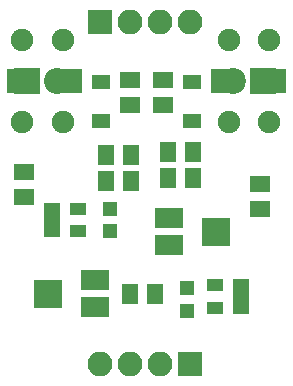
<source format=gbr>
G04 #@! TF.FileFunction,Soldermask,Top*
%FSLAX46Y46*%
G04 Gerber Fmt 4.6, Leading zero omitted, Abs format (unit mm)*
G04 Created by KiCad (PCBNEW 4.0.7-e0-6372~58~ubuntu16.10.1) date Mon Feb 25 01:17:52 2019*
%MOMM*%
%LPD*%
G01*
G04 APERTURE LIST*
%ADD10C,0.100000*%
%ADD11R,1.300000X1.300000*%
%ADD12R,1.400000X1.700000*%
%ADD13R,1.600000X1.300000*%
%ADD14R,2.400000X2.100000*%
%ADD15R,2.200000X2.200000*%
%ADD16C,2.200000*%
%ADD17R,1.700000X1.400000*%
%ADD18C,1.900000*%
%ADD19R,2.400000X1.700000*%
%ADD20R,2.400000X2.400000*%
%ADD21R,1.460000X1.050000*%
%ADD22R,2.100000X2.100000*%
%ADD23O,2.100000X2.100000*%
G04 APERTURE END LIST*
D10*
D11*
X16000000Y-25050000D03*
X16000000Y-26950000D03*
X9500000Y-20200000D03*
X9500000Y-18300000D03*
D12*
X9200000Y-16000000D03*
X11300000Y-16000000D03*
X14450000Y-15750000D03*
X16550000Y-15750000D03*
D13*
X8750000Y-7600000D03*
X8750000Y-10900000D03*
X16500000Y-7600000D03*
X16500000Y-10900000D03*
D14*
X23250000Y-7500000D03*
X19250000Y-7500000D03*
D15*
X22500000Y-7500000D03*
D16*
X19960000Y-7500000D03*
D14*
X2000000Y-7500000D03*
X6000000Y-7500000D03*
D15*
X2500000Y-7500000D03*
D16*
X5040000Y-7500000D03*
D17*
X2250000Y-15200000D03*
X2250000Y-17300000D03*
X22250000Y-18300000D03*
X22250000Y-16200000D03*
X14000000Y-7450000D03*
X14000000Y-9550000D03*
X11250000Y-7450000D03*
X11250000Y-9550000D03*
D12*
X9200000Y-13750000D03*
X11300000Y-13750000D03*
X14450000Y-13500000D03*
X16550000Y-13500000D03*
D18*
X23000000Y-11000000D03*
X19600000Y-11000000D03*
X23000000Y-4000000D03*
X19600000Y-4000000D03*
X5500000Y-11000000D03*
X2100000Y-11000000D03*
X5500000Y-4000000D03*
X2100000Y-4000000D03*
D19*
X8250000Y-24350000D03*
D20*
X4250000Y-25500000D03*
D19*
X8250000Y-26650000D03*
X14500000Y-21400000D03*
D20*
X18500000Y-20250000D03*
D19*
X14500000Y-19100000D03*
D21*
X4650000Y-18300000D03*
X4650000Y-19250000D03*
X4650000Y-20200000D03*
X6850000Y-20200000D03*
X6850000Y-18300000D03*
X20600000Y-26700000D03*
X20600000Y-25750000D03*
X20600000Y-24800000D03*
X18400000Y-24800000D03*
X18400000Y-26700000D03*
D12*
X13300000Y-25500000D03*
X11200000Y-25500000D03*
D22*
X8690000Y-2500000D03*
D23*
X11230000Y-2500000D03*
X13770000Y-2500000D03*
X16310000Y-2500000D03*
D22*
X16310000Y-31500000D03*
D23*
X13770000Y-31500000D03*
X11230000Y-31500000D03*
X8690000Y-31500000D03*
M02*

</source>
